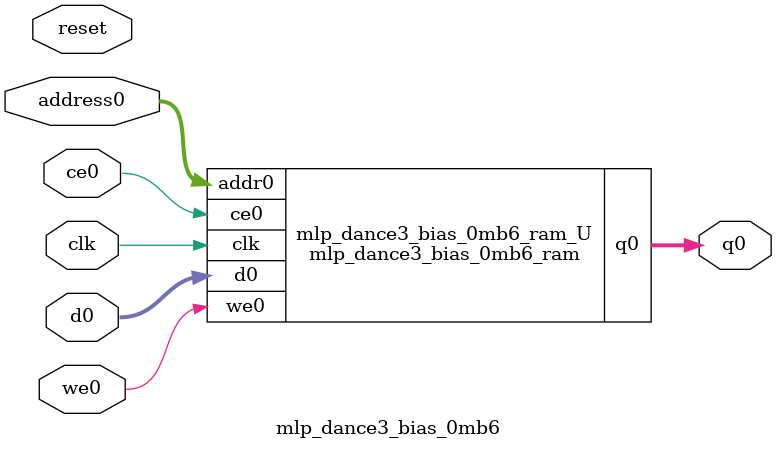
<source format=v>
`timescale 1 ns / 1 ps
module mlp_dance3_bias_0mb6_ram (addr0, ce0, d0, we0, q0,  clk);

parameter DWIDTH = 32;
parameter AWIDTH = 5;
parameter MEM_SIZE = 32;

input[AWIDTH-1:0] addr0;
input ce0;
input[DWIDTH-1:0] d0;
input we0;
output reg[DWIDTH-1:0] q0;
input clk;

(* ram_style = "block" *)reg [DWIDTH-1:0] ram[0:MEM_SIZE-1];




always @(posedge clk)  
begin 
    if (ce0) begin
        if (we0) 
            ram[addr0] <= d0; 
        q0 <= ram[addr0];
    end
end


endmodule

`timescale 1 ns / 1 ps
module mlp_dance3_bias_0mb6(
    reset,
    clk,
    address0,
    ce0,
    we0,
    d0,
    q0);

parameter DataWidth = 32'd32;
parameter AddressRange = 32'd32;
parameter AddressWidth = 32'd5;
input reset;
input clk;
input[AddressWidth - 1:0] address0;
input ce0;
input we0;
input[DataWidth - 1:0] d0;
output[DataWidth - 1:0] q0;



mlp_dance3_bias_0mb6_ram mlp_dance3_bias_0mb6_ram_U(
    .clk( clk ),
    .addr0( address0 ),
    .ce0( ce0 ),
    .we0( we0 ),
    .d0( d0 ),
    .q0( q0 ));

endmodule


</source>
